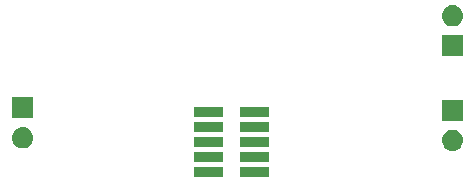
<source format=gbr>
G04 #@! TF.GenerationSoftware,KiCad,Pcbnew,(5.1.2)-2*
G04 #@! TF.CreationDate,2021-10-19T00:11:07+01:00*
G04 #@! TF.ProjectId,HVDCDC,48564443-4443-42e6-9b69-6361645f7063,rev?*
G04 #@! TF.SameCoordinates,Original*
G04 #@! TF.FileFunction,Soldermask,Bot*
G04 #@! TF.FilePolarity,Negative*
%FSLAX46Y46*%
G04 Gerber Fmt 4.6, Leading zero omitted, Abs format (unit mm)*
G04 Created by KiCad (PCBNEW (5.1.2)-2) date 2021-10-19 00:11:07*
%MOMM*%
%LPD*%
G04 APERTURE LIST*
%ADD10C,0.100000*%
G04 APERTURE END LIST*
D10*
G36*
X130801000Y-75461000D02*
G01*
X128299000Y-75461000D01*
X128299000Y-74619000D01*
X130801000Y-74619000D01*
X130801000Y-75461000D01*
X130801000Y-75461000D01*
G37*
G36*
X134701000Y-75461000D02*
G01*
X132199000Y-75461000D01*
X132199000Y-74619000D01*
X134701000Y-74619000D01*
X134701000Y-75461000D01*
X134701000Y-75461000D01*
G37*
G36*
X134701000Y-74191000D02*
G01*
X132199000Y-74191000D01*
X132199000Y-73349000D01*
X134701000Y-73349000D01*
X134701000Y-74191000D01*
X134701000Y-74191000D01*
G37*
G36*
X130801000Y-74191000D02*
G01*
X128299000Y-74191000D01*
X128299000Y-73349000D01*
X130801000Y-73349000D01*
X130801000Y-74191000D01*
X130801000Y-74191000D01*
G37*
G36*
X150310442Y-71445518D02*
G01*
X150376627Y-71452037D01*
X150546466Y-71503557D01*
X150702991Y-71587222D01*
X150738729Y-71616552D01*
X150840186Y-71699814D01*
X150917097Y-71793532D01*
X150952778Y-71837009D01*
X150952779Y-71837011D01*
X151020322Y-71963373D01*
X151036443Y-71993534D01*
X151087963Y-72163373D01*
X151105359Y-72340000D01*
X151087963Y-72516627D01*
X151036443Y-72686466D01*
X150952778Y-72842991D01*
X150923448Y-72878729D01*
X150840186Y-72980186D01*
X150738729Y-73063448D01*
X150702991Y-73092778D01*
X150546466Y-73176443D01*
X150376627Y-73227963D01*
X150310443Y-73234481D01*
X150244260Y-73241000D01*
X150155740Y-73241000D01*
X150089557Y-73234481D01*
X150023373Y-73227963D01*
X149853534Y-73176443D01*
X149697009Y-73092778D01*
X149661271Y-73063448D01*
X149559814Y-72980186D01*
X149476552Y-72878729D01*
X149447222Y-72842991D01*
X149363557Y-72686466D01*
X149312037Y-72516627D01*
X149294641Y-72340000D01*
X149312037Y-72163373D01*
X149363557Y-71993534D01*
X149379679Y-71963373D01*
X149447221Y-71837011D01*
X149447222Y-71837009D01*
X149482903Y-71793532D01*
X149559814Y-71699814D01*
X149661271Y-71616552D01*
X149697009Y-71587222D01*
X149853534Y-71503557D01*
X150023373Y-71452037D01*
X150089558Y-71445518D01*
X150155740Y-71439000D01*
X150244260Y-71439000D01*
X150310442Y-71445518D01*
X150310442Y-71445518D01*
G37*
G36*
X113910442Y-71245518D02*
G01*
X113976627Y-71252037D01*
X114146466Y-71303557D01*
X114302991Y-71387222D01*
X114338729Y-71416552D01*
X114440186Y-71499814D01*
X114511918Y-71587221D01*
X114552778Y-71637009D01*
X114636443Y-71793534D01*
X114687963Y-71963373D01*
X114705359Y-72140000D01*
X114687963Y-72316627D01*
X114636443Y-72486466D01*
X114636442Y-72486468D01*
X114594610Y-72564729D01*
X114552778Y-72642991D01*
X114523448Y-72678729D01*
X114440186Y-72780186D01*
X114338729Y-72863448D01*
X114302991Y-72892778D01*
X114146466Y-72976443D01*
X113976627Y-73027963D01*
X113910443Y-73034481D01*
X113844260Y-73041000D01*
X113755740Y-73041000D01*
X113689557Y-73034481D01*
X113623373Y-73027963D01*
X113453534Y-72976443D01*
X113297009Y-72892778D01*
X113261271Y-72863448D01*
X113159814Y-72780186D01*
X113076552Y-72678729D01*
X113047222Y-72642991D01*
X113005389Y-72564728D01*
X112963558Y-72486468D01*
X112963557Y-72486466D01*
X112912037Y-72316627D01*
X112894641Y-72140000D01*
X112912037Y-71963373D01*
X112963557Y-71793534D01*
X113047222Y-71637009D01*
X113088082Y-71587221D01*
X113159814Y-71499814D01*
X113261271Y-71416552D01*
X113297009Y-71387222D01*
X113453534Y-71303557D01*
X113623373Y-71252037D01*
X113689558Y-71245518D01*
X113755740Y-71239000D01*
X113844260Y-71239000D01*
X113910442Y-71245518D01*
X113910442Y-71245518D01*
G37*
G36*
X134701000Y-72921000D02*
G01*
X132199000Y-72921000D01*
X132199000Y-72079000D01*
X134701000Y-72079000D01*
X134701000Y-72921000D01*
X134701000Y-72921000D01*
G37*
G36*
X130801000Y-72921000D02*
G01*
X128299000Y-72921000D01*
X128299000Y-72079000D01*
X130801000Y-72079000D01*
X130801000Y-72921000D01*
X130801000Y-72921000D01*
G37*
G36*
X130801000Y-71651000D02*
G01*
X128299000Y-71651000D01*
X128299000Y-70809000D01*
X130801000Y-70809000D01*
X130801000Y-71651000D01*
X130801000Y-71651000D01*
G37*
G36*
X134701000Y-71651000D02*
G01*
X132199000Y-71651000D01*
X132199000Y-70809000D01*
X134701000Y-70809000D01*
X134701000Y-71651000D01*
X134701000Y-71651000D01*
G37*
G36*
X151101000Y-70701000D02*
G01*
X149299000Y-70701000D01*
X149299000Y-68899000D01*
X151101000Y-68899000D01*
X151101000Y-70701000D01*
X151101000Y-70701000D01*
G37*
G36*
X114701000Y-70501000D02*
G01*
X112899000Y-70501000D01*
X112899000Y-68699000D01*
X114701000Y-68699000D01*
X114701000Y-70501000D01*
X114701000Y-70501000D01*
G37*
G36*
X134701000Y-70381000D02*
G01*
X132199000Y-70381000D01*
X132199000Y-69539000D01*
X134701000Y-69539000D01*
X134701000Y-70381000D01*
X134701000Y-70381000D01*
G37*
G36*
X130801000Y-70381000D02*
G01*
X128299000Y-70381000D01*
X128299000Y-69539000D01*
X130801000Y-69539000D01*
X130801000Y-70381000D01*
X130801000Y-70381000D01*
G37*
G36*
X151101000Y-65251000D02*
G01*
X149299000Y-65251000D01*
X149299000Y-63449000D01*
X151101000Y-63449000D01*
X151101000Y-65251000D01*
X151101000Y-65251000D01*
G37*
G36*
X150310443Y-60915519D02*
G01*
X150376627Y-60922037D01*
X150546466Y-60973557D01*
X150702991Y-61057222D01*
X150738729Y-61086552D01*
X150840186Y-61169814D01*
X150923448Y-61271271D01*
X150952778Y-61307009D01*
X151036443Y-61463534D01*
X151087963Y-61633373D01*
X151105359Y-61810000D01*
X151087963Y-61986627D01*
X151036443Y-62156466D01*
X150952778Y-62312991D01*
X150923448Y-62348729D01*
X150840186Y-62450186D01*
X150738729Y-62533448D01*
X150702991Y-62562778D01*
X150546466Y-62646443D01*
X150376627Y-62697963D01*
X150310443Y-62704481D01*
X150244260Y-62711000D01*
X150155740Y-62711000D01*
X150089557Y-62704481D01*
X150023373Y-62697963D01*
X149853534Y-62646443D01*
X149697009Y-62562778D01*
X149661271Y-62533448D01*
X149559814Y-62450186D01*
X149476552Y-62348729D01*
X149447222Y-62312991D01*
X149363557Y-62156466D01*
X149312037Y-61986627D01*
X149294641Y-61810000D01*
X149312037Y-61633373D01*
X149363557Y-61463534D01*
X149447222Y-61307009D01*
X149476552Y-61271271D01*
X149559814Y-61169814D01*
X149661271Y-61086552D01*
X149697009Y-61057222D01*
X149853534Y-60973557D01*
X150023373Y-60922037D01*
X150089557Y-60915519D01*
X150155740Y-60909000D01*
X150244260Y-60909000D01*
X150310443Y-60915519D01*
X150310443Y-60915519D01*
G37*
M02*

</source>
